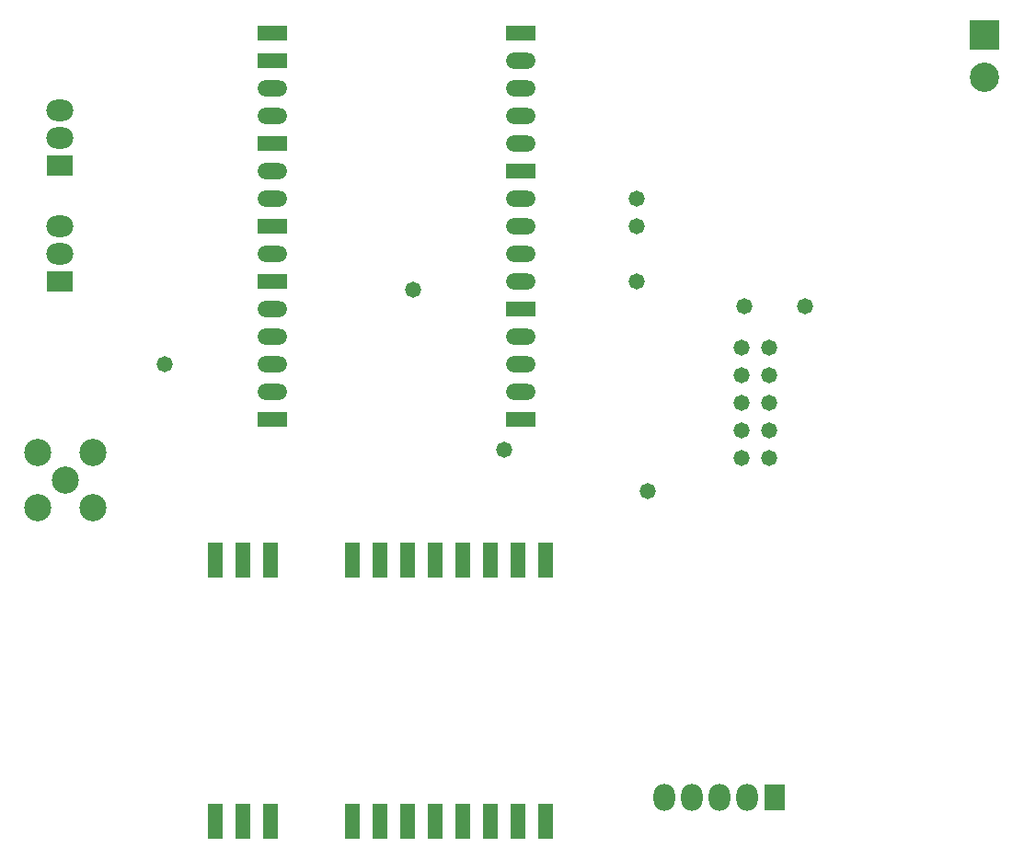
<source format=gbs>
G04*
G04 #@! TF.GenerationSoftware,Altium Limited,Altium Designer,22.1.2 (22)*
G04*
G04 Layer_Color=16711935*
%FSLAX25Y25*%
%MOIN*%
G70*
G04*
G04 #@! TF.SameCoordinates,DDE4A02C-EC50-4DC0-B3EF-D35DCD8E266D*
G04*
G04*
G04 #@! TF.FilePolarity,Negative*
G04*
G01*
G75*
%ADD22R,0.05721X0.12611*%
%ADD23R,0.10800X0.05800*%
%ADD24O,0.10800X0.05800*%
%ADD25R,0.09800X0.07800*%
%ADD26O,0.09800X0.07800*%
%ADD27C,0.09855*%
%ADD28R,0.10642X0.10642*%
%ADD29C,0.10642*%
%ADD30O,0.07800X0.09800*%
%ADD31R,0.07800X0.09800*%
%ADD32C,0.05800*%
D22*
X176197Y279000D02*
D03*
X196197D02*
D03*
X186197D02*
D03*
X226000D02*
D03*
X236000D02*
D03*
X246000D02*
D03*
X256000D02*
D03*
X266000D02*
D03*
X276000D02*
D03*
X286000D02*
D03*
X296000D02*
D03*
X196197Y184512D02*
D03*
X186197D02*
D03*
X176197D02*
D03*
X226000D02*
D03*
X236000D02*
D03*
X246000D02*
D03*
X256000D02*
D03*
X266000D02*
D03*
X276000D02*
D03*
X286000D02*
D03*
X296000D02*
D03*
D23*
X197000Y470000D02*
D03*
Y460000D02*
D03*
Y430000D02*
D03*
Y400000D02*
D03*
Y380000D02*
D03*
Y330000D02*
D03*
X287000Y470000D02*
D03*
Y420000D02*
D03*
Y370000D02*
D03*
Y330000D02*
D03*
D24*
X197000Y450000D02*
D03*
Y440000D02*
D03*
Y420000D02*
D03*
Y410000D02*
D03*
Y390000D02*
D03*
Y370000D02*
D03*
Y360000D02*
D03*
Y350000D02*
D03*
Y340000D02*
D03*
X287000Y460000D02*
D03*
Y450000D02*
D03*
Y440000D02*
D03*
Y430000D02*
D03*
Y410000D02*
D03*
Y400000D02*
D03*
Y390000D02*
D03*
Y380000D02*
D03*
Y360000D02*
D03*
Y350000D02*
D03*
Y340000D02*
D03*
D25*
X120000Y422000D02*
D03*
Y380000D02*
D03*
D26*
Y432000D02*
D03*
Y442000D02*
D03*
Y400000D02*
D03*
Y390000D02*
D03*
D27*
X132000Y298000D02*
D03*
Y318000D02*
D03*
X112000D02*
D03*
Y298000D02*
D03*
X122000Y308000D02*
D03*
D28*
X455000Y469551D02*
D03*
D29*
Y454000D02*
D03*
D30*
X339000Y193000D02*
D03*
X349000D02*
D03*
X359000D02*
D03*
X369000D02*
D03*
D31*
X379000D02*
D03*
D32*
X329000Y410000D02*
D03*
X368000Y371000D02*
D03*
X390000D02*
D03*
X377000Y316000D02*
D03*
X367000D02*
D03*
Y326000D02*
D03*
X377000D02*
D03*
Y336000D02*
D03*
X367000D02*
D03*
X377000Y346000D02*
D03*
X367000D02*
D03*
X377000Y356000D02*
D03*
X367000D02*
D03*
X333000Y304000D02*
D03*
X281000Y319000D02*
D03*
X248000Y377000D02*
D03*
X329000Y380000D02*
D03*
Y400000D02*
D03*
X158000Y350000D02*
D03*
M02*

</source>
